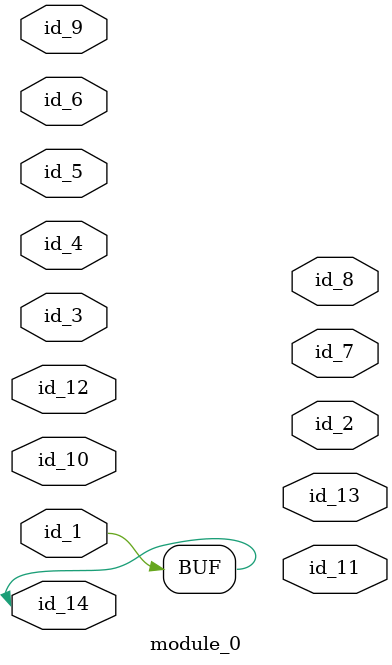
<source format=v>
module module_0 (
    id_1,
    id_2,
    id_3,
    id_4,
    id_5,
    id_6,
    id_7,
    id_8,
    id_9,
    id_10,
    id_11,
    id_12,
    id_13,
    id_14
);
  input id_14;
  output id_13;
  input id_12;
  output id_11;
  input id_10;
  input id_9;
  output id_8;
  output id_7;
  input id_6;
  input id_5;
  input id_4;
  input id_3;
  output id_2;
  input id_1;
  generate
    assign id_1 = id_14;
  endgenerate
endmodule

</source>
